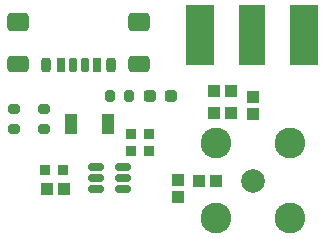
<source format=gts>
G04 #@! TF.GenerationSoftware,KiCad,Pcbnew,8.0.6*
G04 #@! TF.CreationDate,2024-11-27T10:36:13+01:00*
G04 #@! TF.ProjectId,TDR1,54445231-2e6b-4696-9361-645f70636258,0.1*
G04 #@! TF.SameCoordinates,Original*
G04 #@! TF.FileFunction,Soldermask,Top*
G04 #@! TF.FilePolarity,Negative*
%FSLAX46Y46*%
G04 Gerber Fmt 4.6, Leading zero omitted, Abs format (unit mm)*
G04 Created by KiCad (PCBNEW 8.0.6) date 2024-11-27 10:36:13*
%MOMM*%
%LPD*%
G01*
G04 APERTURE LIST*
G04 Aperture macros list*
%AMRoundRect*
0 Rectangle with rounded corners*
0 $1 Rounding radius*
0 $2 $3 $4 $5 $6 $7 $8 $9 X,Y pos of 4 corners*
0 Add a 4 corners polygon primitive as box body*
4,1,4,$2,$3,$4,$5,$6,$7,$8,$9,$2,$3,0*
0 Add four circle primitives for the rounded corners*
1,1,$1+$1,$2,$3*
1,1,$1+$1,$4,$5*
1,1,$1+$1,$6,$7*
1,1,$1+$1,$8,$9*
0 Add four rect primitives between the rounded corners*
20,1,$1+$1,$2,$3,$4,$5,0*
20,1,$1+$1,$4,$5,$6,$7,0*
20,1,$1+$1,$6,$7,$8,$9,0*
20,1,$1+$1,$8,$9,$2,$3,0*%
G04 Aperture macros list end*
%ADD10RoundRect,0.063500X-0.400000X-0.400000X0.400000X-0.400000X0.400000X0.400000X-0.400000X0.400000X0*%
%ADD11RoundRect,0.200000X-0.200000X-0.275000X0.200000X-0.275000X0.200000X0.275000X-0.200000X0.275000X0*%
%ADD12R,2.290000X5.080000*%
%ADD13R,2.420000X5.080000*%
%ADD14RoundRect,0.150000X-0.512500X-0.150000X0.512500X-0.150000X0.512500X0.150000X-0.512500X0.150000X0*%
%ADD15RoundRect,0.063500X-0.475000X-0.475000X0.475000X-0.475000X0.475000X0.475000X-0.475000X0.475000X0*%
%ADD16RoundRect,0.237500X-0.287500X-0.237500X0.287500X-0.237500X0.287500X0.237500X-0.287500X0.237500X0*%
%ADD17C,2.004000*%
%ADD18C,2.604000*%
%ADD19RoundRect,0.175000X0.175000X0.425000X-0.175000X0.425000X-0.175000X-0.425000X0.175000X-0.425000X0*%
%ADD20RoundRect,0.190000X-0.190000X-0.410000X0.190000X-0.410000X0.190000X0.410000X-0.190000X0.410000X0*%
%ADD21RoundRect,0.200000X-0.200000X-0.400000X0.200000X-0.400000X0.200000X0.400000X-0.200000X0.400000X0*%
%ADD22RoundRect,0.175000X-0.175000X-0.425000X0.175000X-0.425000X0.175000X0.425000X-0.175000X0.425000X0*%
%ADD23RoundRect,0.190000X0.190000X0.410000X-0.190000X0.410000X-0.190000X-0.410000X0.190000X-0.410000X0*%
%ADD24RoundRect,0.200000X0.200000X0.400000X-0.200000X0.400000X-0.200000X-0.400000X0.200000X-0.400000X0*%
%ADD25RoundRect,0.250000X0.650000X0.425000X-0.650000X0.425000X-0.650000X-0.425000X0.650000X-0.425000X0*%
%ADD26RoundRect,0.250000X0.650000X0.500000X-0.650000X0.500000X-0.650000X-0.500000X0.650000X-0.500000X0*%
%ADD27RoundRect,0.063500X0.475000X-0.475000X0.475000X0.475000X-0.475000X0.475000X-0.475000X-0.475000X0*%
%ADD28RoundRect,0.063500X-0.450000X-0.800000X0.450000X-0.800000X0.450000X0.800000X-0.450000X0.800000X0*%
%ADD29RoundRect,0.200000X-0.275000X0.200000X-0.275000X-0.200000X0.275000X-0.200000X0.275000X0.200000X0*%
%ADD30RoundRect,0.063500X0.400000X0.400000X-0.400000X0.400000X-0.400000X-0.400000X0.400000X-0.400000X0*%
%ADD31RoundRect,0.063500X-0.475000X0.475000X-0.475000X-0.475000X0.475000X-0.475000X0.475000X0.475000X0*%
%ADD32RoundRect,0.063500X0.475000X0.475000X-0.475000X0.475000X-0.475000X-0.475000X0.475000X-0.475000X0*%
G04 APERTURE END LIST*
D10*
G04 #@! TO.C,C3*
X11400000Y11650000D03*
X12900000Y11650000D03*
G04 #@! TD*
D11*
G04 #@! TO.C,R9*
X9575000Y14800000D03*
X11225000Y14800000D03*
G04 #@! TD*
D12*
G04 #@! TO.C,J3*
X21620000Y20000000D03*
D13*
X26000000Y20000000D03*
X17240000Y20000000D03*
G04 #@! TD*
D14*
G04 #@! TO.C,U1*
X8425000Y8850000D03*
X8425000Y7900000D03*
X8425000Y6950000D03*
X10700000Y6950000D03*
X10700000Y7900000D03*
X10700000Y8850000D03*
G04 #@! TD*
D15*
G04 #@! TO.C,R4*
X17131100Y7666400D03*
X18581100Y7666400D03*
G04 #@! TD*
G04 #@! TO.C,R1*
X18401100Y15286400D03*
X19851100Y15286400D03*
G04 #@! TD*
D16*
G04 #@! TO.C,D1*
X12975000Y14800000D03*
X14725000Y14800000D03*
G04 #@! TD*
D17*
G04 #@! TO.C,J1*
X21666100Y7666400D03*
D18*
X24816100Y10816400D03*
X24816100Y4516400D03*
X18516100Y4516400D03*
X18516100Y10816400D03*
G04 #@! TD*
D15*
G04 #@! TO.C,R6*
X4212500Y7000000D03*
X5662500Y7000000D03*
G04 #@! TD*
D19*
G04 #@! TO.C,J2*
X7450000Y17467500D03*
D20*
X5430000Y17467500D03*
D21*
X4200000Y17467500D03*
D22*
X6450000Y17467500D03*
D23*
X8470000Y17467500D03*
D24*
X9700000Y17467500D03*
D25*
X12075000Y17522500D03*
D26*
X12075000Y21102500D03*
D25*
X1825000Y17522500D03*
D26*
X1825000Y21102500D03*
G04 #@! TD*
D10*
G04 #@! TO.C,C2*
X11391100Y10206400D03*
X12891100Y10206400D03*
G04 #@! TD*
D27*
G04 #@! TO.C,R3*
X15316100Y6306400D03*
X15316100Y7756400D03*
G04 #@! TD*
D28*
G04 #@! TO.C,C4*
X6300000Y12450000D03*
X9400000Y12450000D03*
G04 #@! TD*
D29*
G04 #@! TO.C,R7*
X3977000Y13700000D03*
X3977000Y12050000D03*
G04 #@! TD*
D30*
G04 #@! TO.C,C1*
X5587500Y8550000D03*
X4087500Y8550000D03*
G04 #@! TD*
D31*
G04 #@! TO.C,R5*
X21666100Y14741400D03*
X21666100Y13291400D03*
G04 #@! TD*
D29*
G04 #@! TO.C,R8*
X1450000Y13700000D03*
X1450000Y12050000D03*
G04 #@! TD*
D32*
G04 #@! TO.C,R2*
X19851100Y13381400D03*
X18401100Y13381400D03*
G04 #@! TD*
M02*

</source>
